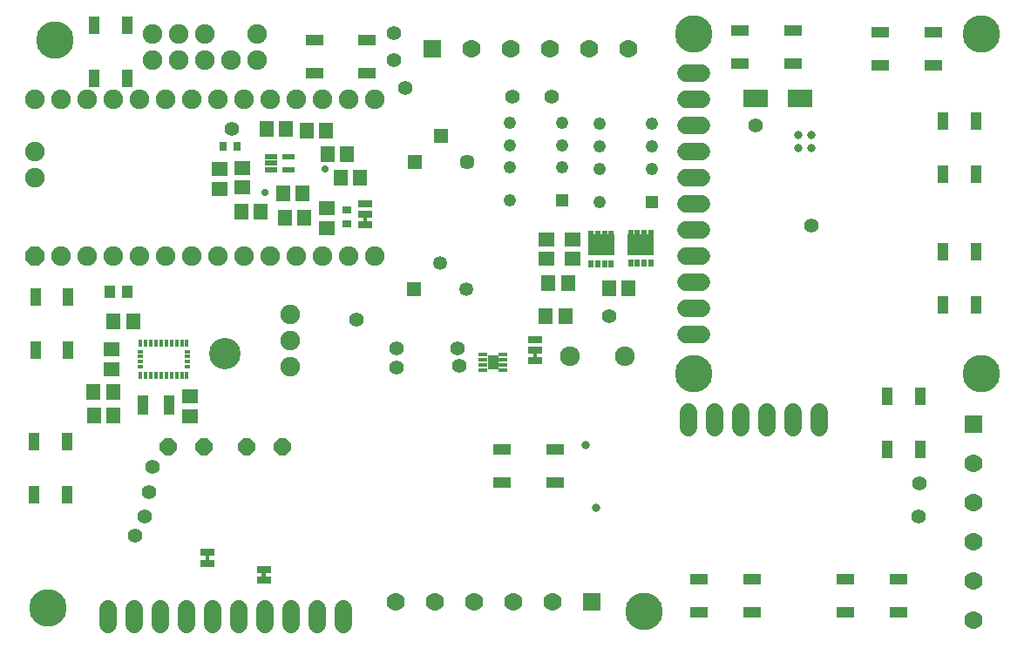
<source format=gbr>
G04 EAGLE Gerber RS-274X export*
G75*
%MOMM*%
%FSLAX34Y34*%
%LPD*%
%INSoldermask Bottom*%
%IPPOS*%
%AMOC8*
5,1,8,0,0,1.08239X$1,22.5*%
G01*
%ADD10C,1.651000*%
%ADD11C,3.048000*%
%ADD12P,2.061953X8X22.500000*%
%ADD13C,1.905000*%
%ADD14R,0.427000X0.652000*%
%ADD15R,0.552000X0.427000*%
%ADD16R,1.427000X1.627000*%
%ADD17R,1.627000X1.427000*%
%ADD18R,1.127000X1.927000*%
%ADD19C,1.397000*%
%ADD20R,0.877000X0.427000*%
%ADD21R,1.027000X1.427000*%
%ADD22R,1.397000X0.787400*%
%ADD23R,1.277000X0.477000*%
%ADD24C,1.447800*%
%ADD25R,1.447800X1.447800*%
%ADD26R,1.127000X1.778000*%
%ADD27R,1.778000X1.127000*%
%ADD28R,1.777000X1.777000*%
%ADD29C,1.777000*%
%ADD30R,2.477000X1.677000*%
%ADD31C,1.927000*%
%ADD32C,3.643000*%
%ADD33P,1.787026X8X112.500000*%
%ADD34R,1.127000X1.227000*%
%ADD35R,1.227000X1.227000*%
%ADD36C,1.227000*%
%ADD37R,0.627000X0.757000*%
%ADD38R,0.627000X0.537000*%
%ADD39R,2.577000X2.027000*%
%ADD40R,0.827000X0.777000*%
%ADD41R,0.777000X0.827000*%
%ADD42R,1.344000X1.344000*%
%ADD43C,1.344000*%
%ADD44C,0.831000*%
%ADD45C,0.731000*%

G36*
X342457Y588530D02*
X342457Y588530D01*
X342523Y588532D01*
X342566Y588550D01*
X342613Y588558D01*
X342670Y588592D01*
X342730Y588617D01*
X342765Y588648D01*
X342806Y588673D01*
X342848Y588724D01*
X342896Y588768D01*
X342918Y588810D01*
X342947Y588847D01*
X342968Y588909D01*
X342999Y588968D01*
X343007Y589022D01*
X343019Y589059D01*
X343018Y589099D01*
X343026Y589153D01*
X343026Y592963D01*
X343015Y593028D01*
X343013Y593094D01*
X342995Y593137D01*
X342987Y593184D01*
X342953Y593241D01*
X342928Y593301D01*
X342897Y593336D01*
X342872Y593377D01*
X342821Y593419D01*
X342777Y593467D01*
X342735Y593489D01*
X342698Y593518D01*
X342636Y593539D01*
X342577Y593570D01*
X342523Y593578D01*
X342486Y593590D01*
X342446Y593589D01*
X342392Y593597D01*
X339852Y593597D01*
X339787Y593586D01*
X339721Y593584D01*
X339678Y593566D01*
X339631Y593558D01*
X339574Y593524D01*
X339514Y593499D01*
X339479Y593468D01*
X339438Y593443D01*
X339397Y593392D01*
X339348Y593348D01*
X339326Y593306D01*
X339297Y593269D01*
X339276Y593207D01*
X339245Y593148D01*
X339237Y593094D01*
X339225Y593057D01*
X339225Y593053D01*
X339225Y593052D01*
X339226Y593017D01*
X339218Y592963D01*
X339218Y589153D01*
X339229Y589088D01*
X339231Y589022D01*
X339249Y588979D01*
X339257Y588932D01*
X339291Y588875D01*
X339316Y588815D01*
X339347Y588780D01*
X339372Y588739D01*
X339423Y588698D01*
X339467Y588649D01*
X339509Y588627D01*
X339546Y588598D01*
X339608Y588577D01*
X339667Y588546D01*
X339721Y588538D01*
X339758Y588526D01*
X339798Y588527D01*
X339852Y588519D01*
X342392Y588519D01*
X342457Y588530D01*
G37*
G36*
X507557Y456450D02*
X507557Y456450D01*
X507623Y456452D01*
X507666Y456470D01*
X507713Y456478D01*
X507770Y456512D01*
X507830Y456537D01*
X507865Y456568D01*
X507906Y456593D01*
X507948Y456644D01*
X507996Y456688D01*
X508018Y456730D01*
X508047Y456767D01*
X508068Y456829D01*
X508099Y456888D01*
X508107Y456942D01*
X508119Y456979D01*
X508118Y457019D01*
X508126Y457073D01*
X508126Y460883D01*
X508115Y460948D01*
X508113Y461014D01*
X508095Y461057D01*
X508087Y461104D01*
X508053Y461161D01*
X508028Y461221D01*
X507997Y461256D01*
X507972Y461297D01*
X507921Y461339D01*
X507877Y461387D01*
X507835Y461409D01*
X507798Y461438D01*
X507736Y461459D01*
X507677Y461490D01*
X507623Y461498D01*
X507586Y461510D01*
X507546Y461509D01*
X507492Y461517D01*
X504952Y461517D01*
X504887Y461506D01*
X504821Y461504D01*
X504778Y461486D01*
X504731Y461478D01*
X504674Y461444D01*
X504614Y461419D01*
X504579Y461388D01*
X504538Y461363D01*
X504497Y461312D01*
X504448Y461268D01*
X504426Y461226D01*
X504397Y461189D01*
X504376Y461127D01*
X504345Y461068D01*
X504337Y461014D01*
X504325Y460977D01*
X504325Y460973D01*
X504325Y460972D01*
X504326Y460937D01*
X504318Y460883D01*
X504318Y457073D01*
X504329Y457008D01*
X504331Y456942D01*
X504349Y456899D01*
X504357Y456852D01*
X504391Y456795D01*
X504416Y456735D01*
X504447Y456700D01*
X504472Y456659D01*
X504523Y456618D01*
X504567Y456569D01*
X504609Y456547D01*
X504646Y456518D01*
X504708Y456497D01*
X504767Y456466D01*
X504821Y456458D01*
X504858Y456446D01*
X504898Y456447D01*
X504952Y456439D01*
X507492Y456439D01*
X507557Y456450D01*
G37*
G36*
X189295Y259832D02*
X189295Y259832D01*
X189361Y259834D01*
X189404Y259852D01*
X189451Y259860D01*
X189508Y259894D01*
X189568Y259919D01*
X189603Y259950D01*
X189644Y259975D01*
X189686Y260026D01*
X189734Y260070D01*
X189756Y260112D01*
X189785Y260149D01*
X189806Y260211D01*
X189837Y260270D01*
X189845Y260324D01*
X189857Y260361D01*
X189856Y260401D01*
X189864Y260455D01*
X189864Y264265D01*
X189853Y264330D01*
X189851Y264396D01*
X189833Y264439D01*
X189825Y264486D01*
X189791Y264543D01*
X189766Y264603D01*
X189735Y264638D01*
X189710Y264679D01*
X189659Y264721D01*
X189615Y264769D01*
X189573Y264791D01*
X189536Y264820D01*
X189474Y264841D01*
X189415Y264872D01*
X189361Y264880D01*
X189324Y264892D01*
X189284Y264891D01*
X189230Y264899D01*
X186690Y264899D01*
X186625Y264888D01*
X186559Y264886D01*
X186516Y264868D01*
X186469Y264860D01*
X186412Y264826D01*
X186352Y264801D01*
X186317Y264770D01*
X186276Y264745D01*
X186235Y264694D01*
X186186Y264650D01*
X186164Y264608D01*
X186135Y264571D01*
X186114Y264509D01*
X186083Y264450D01*
X186075Y264396D01*
X186063Y264359D01*
X186063Y264355D01*
X186063Y264354D01*
X186064Y264319D01*
X186056Y264265D01*
X186056Y260455D01*
X186067Y260390D01*
X186069Y260324D01*
X186087Y260281D01*
X186095Y260234D01*
X186129Y260177D01*
X186154Y260117D01*
X186185Y260082D01*
X186210Y260041D01*
X186261Y260000D01*
X186305Y259951D01*
X186347Y259929D01*
X186384Y259900D01*
X186446Y259879D01*
X186505Y259848D01*
X186559Y259840D01*
X186596Y259828D01*
X186636Y259829D01*
X186690Y259821D01*
X189230Y259821D01*
X189295Y259832D01*
G37*
G36*
X243905Y243322D02*
X243905Y243322D01*
X243971Y243324D01*
X244014Y243342D01*
X244061Y243350D01*
X244118Y243384D01*
X244178Y243409D01*
X244213Y243440D01*
X244254Y243465D01*
X244296Y243516D01*
X244344Y243560D01*
X244366Y243602D01*
X244395Y243639D01*
X244416Y243701D01*
X244447Y243760D01*
X244455Y243814D01*
X244467Y243851D01*
X244466Y243891D01*
X244474Y243945D01*
X244474Y247755D01*
X244463Y247820D01*
X244461Y247886D01*
X244443Y247929D01*
X244435Y247976D01*
X244401Y248033D01*
X244376Y248093D01*
X244345Y248128D01*
X244320Y248169D01*
X244269Y248211D01*
X244225Y248259D01*
X244183Y248281D01*
X244146Y248310D01*
X244084Y248331D01*
X244025Y248362D01*
X243971Y248370D01*
X243934Y248382D01*
X243894Y248381D01*
X243840Y248389D01*
X241300Y248389D01*
X241235Y248378D01*
X241169Y248376D01*
X241126Y248358D01*
X241079Y248350D01*
X241022Y248316D01*
X240962Y248291D01*
X240927Y248260D01*
X240886Y248235D01*
X240845Y248184D01*
X240796Y248140D01*
X240774Y248098D01*
X240745Y248061D01*
X240724Y247999D01*
X240693Y247940D01*
X240685Y247886D01*
X240673Y247849D01*
X240673Y247845D01*
X240673Y247844D01*
X240674Y247809D01*
X240666Y247755D01*
X240666Y243945D01*
X240677Y243880D01*
X240679Y243814D01*
X240697Y243771D01*
X240705Y243724D01*
X240739Y243667D01*
X240764Y243607D01*
X240795Y243572D01*
X240820Y243531D01*
X240871Y243490D01*
X240915Y243441D01*
X240957Y243419D01*
X240994Y243390D01*
X241056Y243369D01*
X241115Y243338D01*
X241169Y243330D01*
X241206Y243318D01*
X241246Y243319D01*
X241300Y243311D01*
X243840Y243311D01*
X243905Y243322D01*
G37*
D10*
X652780Y733679D02*
X668020Y733679D01*
X668020Y708279D02*
X652780Y708279D01*
X652780Y682879D02*
X668020Y682879D01*
X668020Y657479D02*
X652780Y657479D01*
X652780Y632079D02*
X668020Y632079D01*
X668020Y606679D02*
X652780Y606679D01*
X652780Y581279D02*
X668020Y581279D01*
X668020Y555879D02*
X652780Y555879D01*
X652780Y530479D02*
X668020Y530479D01*
X668020Y505079D02*
X652780Y505079D01*
X652780Y479679D02*
X668020Y479679D01*
D11*
X204597Y460756D03*
X39497Y765556D03*
D12*
X20447Y556006D03*
D13*
X20447Y632206D03*
X20447Y657606D03*
X134747Y746506D03*
X160147Y746506D03*
X134747Y771906D03*
X160147Y771906D03*
X185547Y746506D03*
X210947Y746506D03*
X236347Y746506D03*
X185547Y771906D03*
X236347Y771906D03*
X45847Y556006D03*
X71247Y556006D03*
X96647Y556006D03*
X122047Y556006D03*
X147447Y556006D03*
X172847Y556006D03*
X198247Y556006D03*
X223647Y556006D03*
X249047Y556006D03*
X274447Y556006D03*
X299847Y556006D03*
X325247Y556006D03*
X350647Y556006D03*
X20447Y708406D03*
X45847Y708406D03*
X71247Y708406D03*
X96647Y708406D03*
X122047Y708406D03*
X147447Y708406D03*
X172847Y708406D03*
X198247Y708406D03*
X223647Y708406D03*
X249047Y708406D03*
X274447Y708406D03*
X299847Y708406D03*
X325247Y708406D03*
X350647Y708406D03*
X268097Y448056D03*
X268097Y473456D03*
X268097Y498856D03*
D14*
X123042Y439797D03*
D15*
X122417Y447922D03*
X122417Y452922D03*
X122417Y457922D03*
X122417Y462922D03*
D14*
X123042Y471047D03*
X128042Y471047D03*
X133042Y471047D03*
X138042Y471047D03*
X143042Y471047D03*
X148042Y471047D03*
X153042Y471047D03*
X158042Y471047D03*
X163042Y471047D03*
X168042Y471047D03*
D15*
X168667Y462922D03*
X168667Y457922D03*
X168667Y452922D03*
X168667Y447922D03*
D14*
X168042Y439797D03*
X163042Y439797D03*
X158042Y439797D03*
X153042Y439797D03*
X148042Y439797D03*
X143042Y439797D03*
X138042Y439797D03*
X133042Y439797D03*
X128042Y439797D03*
D16*
X96368Y423418D03*
X77368Y423418D03*
X96672Y492252D03*
X115672Y492252D03*
D17*
X94742Y464668D03*
X94742Y445668D03*
D18*
X125422Y410972D03*
X150422Y410972D03*
D16*
X77622Y400812D03*
X96622Y400812D03*
D17*
X170942Y418948D03*
X170942Y399948D03*
D19*
X431292Y465582D03*
X432308Y448818D03*
X371602Y465582D03*
X371348Y447548D03*
D20*
X475328Y460128D03*
X475328Y455128D03*
X475328Y450128D03*
X475328Y445128D03*
X455328Y445128D03*
X455328Y450128D03*
X455328Y455128D03*
X455328Y460128D03*
D21*
X465328Y452628D03*
D10*
X782257Y404241D02*
X782257Y389001D01*
X756857Y389001D02*
X756857Y404241D01*
X731457Y404241D02*
X731457Y389001D01*
X706057Y389001D02*
X706057Y404241D01*
X680657Y404241D02*
X680657Y389001D01*
X655257Y389001D02*
X655257Y404241D01*
D16*
X535788Y497078D03*
X516788Y497078D03*
D22*
X506222Y474472D03*
X506222Y464058D03*
X506222Y453644D03*
D23*
X249818Y639422D03*
X249818Y645922D03*
X249818Y652422D03*
X266818Y652422D03*
X266818Y639422D03*
D16*
X263042Y592582D03*
X282042Y592582D03*
D17*
X304038Y583082D03*
X304038Y602082D03*
D16*
X280518Y616458D03*
X261518Y616458D03*
X239878Y598678D03*
X220878Y598678D03*
X323698Y654558D03*
X304698Y654558D03*
D17*
X221742Y641198D03*
X221742Y622198D03*
X199898Y621182D03*
X199898Y640182D03*
D16*
X245262Y678942D03*
X264262Y678942D03*
X303378Y677418D03*
X284378Y677418D03*
X336398Y631698D03*
X317398Y631698D03*
D24*
X440090Y647400D03*
D25*
X414690Y672800D03*
X389290Y647400D03*
D26*
X77980Y780150D03*
X77980Y728610D03*
X109980Y728610D03*
X109980Y780150D03*
D27*
X343270Y765300D03*
X291730Y765300D03*
X291730Y733300D03*
X343270Y733300D03*
X757036Y774698D03*
X705496Y774698D03*
X705496Y742698D03*
X757036Y742698D03*
X892926Y772920D03*
X841386Y772920D03*
X841386Y740920D03*
X892926Y740920D03*
D26*
X934718Y508392D03*
X934718Y559932D03*
X902718Y559932D03*
X902718Y508392D03*
X880108Y367422D03*
X880108Y418962D03*
X848108Y418962D03*
X848108Y367422D03*
X934718Y635392D03*
X934718Y686932D03*
X902718Y686932D03*
X902718Y635392D03*
D27*
X808112Y209552D03*
X859652Y209552D03*
X859652Y241552D03*
X808112Y241552D03*
X665872Y209552D03*
X717412Y209552D03*
X717412Y241552D03*
X665872Y241552D03*
X474102Y335282D03*
X525642Y335282D03*
X525642Y367282D03*
X474102Y367282D03*
D28*
X406400Y757000D03*
D29*
X444500Y757000D03*
X482600Y757000D03*
X520700Y757000D03*
X558800Y757000D03*
X596900Y757000D03*
D28*
X561580Y219790D03*
D29*
X523480Y219790D03*
X485380Y219790D03*
X447280Y219790D03*
X409180Y219790D03*
X371080Y219790D03*
D28*
X932481Y392176D03*
D29*
X932481Y354076D03*
X932481Y315976D03*
X932481Y277876D03*
X932481Y239776D03*
X932481Y201676D03*
D30*
X720688Y709168D03*
X763688Y709168D03*
D31*
X540300Y458040D03*
X593300Y458040D03*
D10*
X91440Y213170D02*
X91440Y197930D01*
X116840Y197930D02*
X116840Y213170D01*
X142240Y213170D02*
X142240Y197930D01*
X167640Y197930D02*
X167640Y213170D01*
X193040Y213170D02*
X193040Y197930D01*
X218440Y197930D02*
X218440Y213170D01*
X243840Y213170D02*
X243840Y197930D01*
X269240Y197930D02*
X269240Y213170D01*
X294640Y213170D02*
X294640Y197930D01*
X320040Y197930D02*
X320040Y213170D01*
D32*
X939800Y771779D03*
X660400Y771779D03*
X660400Y441579D03*
X939800Y441579D03*
D22*
X187960Y267567D03*
X187960Y257153D03*
X242570Y251057D03*
X242570Y240643D03*
D33*
X260858Y370650D03*
X225806Y370650D03*
X149670Y370650D03*
X184658Y370650D03*
D19*
X117345Y284206D03*
X127000Y302260D03*
X134620Y350520D03*
X130810Y326390D03*
D34*
X110100Y520700D03*
X93100Y520700D03*
D35*
X532200Y609600D03*
D36*
X532200Y641600D03*
X532200Y663600D03*
X532200Y685600D03*
X481400Y685600D03*
X481400Y663600D03*
X481400Y641600D03*
X481400Y609600D03*
D37*
X580234Y548260D03*
X573734Y548260D03*
X567234Y548260D03*
X560734Y548260D03*
D38*
X560734Y578060D03*
X567234Y578060D03*
X573734Y578060D03*
X580234Y578060D03*
D39*
X570484Y566510D03*
D17*
X542544Y572110D03*
X542544Y553110D03*
X517144Y553110D03*
X517144Y572110D03*
D16*
X519074Y529590D03*
X538074Y529590D03*
D32*
X39878Y765556D03*
X33100Y213200D03*
D22*
X341122Y606552D03*
X341122Y596138D03*
X341122Y585724D03*
D40*
X323342Y600348D03*
X323342Y586848D03*
D41*
X216808Y662178D03*
X203308Y662178D03*
D19*
X879602Y334518D03*
X720598Y682498D03*
X368808Y772668D03*
X368808Y745998D03*
X380238Y719328D03*
X211582Y678942D03*
X484378Y710438D03*
D37*
X618588Y548768D03*
X612088Y548768D03*
X605588Y548768D03*
X599088Y548768D03*
D38*
X599088Y578568D03*
X605588Y578568D03*
X612088Y578568D03*
X618588Y578568D03*
D39*
X608838Y567018D03*
D16*
X578002Y524002D03*
X597002Y524002D03*
D19*
X578358Y497078D03*
D35*
X619830Y608330D03*
D36*
X619830Y640330D03*
X619830Y662330D03*
X619830Y684330D03*
X569030Y684330D03*
X569030Y662330D03*
X569030Y640330D03*
X569030Y608330D03*
D19*
X522478Y710438D03*
D32*
X612267Y209931D03*
D26*
X20830Y515990D03*
X20830Y464450D03*
X52830Y464450D03*
X52830Y515990D03*
X19560Y375020D03*
X19560Y323480D03*
X51560Y323480D03*
X51560Y375020D03*
D19*
X332740Y494030D03*
X774700Y585470D03*
X878840Y302260D03*
D42*
X388620Y523240D03*
D43*
X414020Y548640D03*
X439420Y523240D03*
D44*
X554990Y372110D03*
X565150Y311150D03*
D45*
X302260Y640080D03*
X243840Y617220D03*
D44*
X762000Y673100D03*
X762000Y660400D03*
X774700Y673100D03*
X774700Y660400D03*
M02*

</source>
